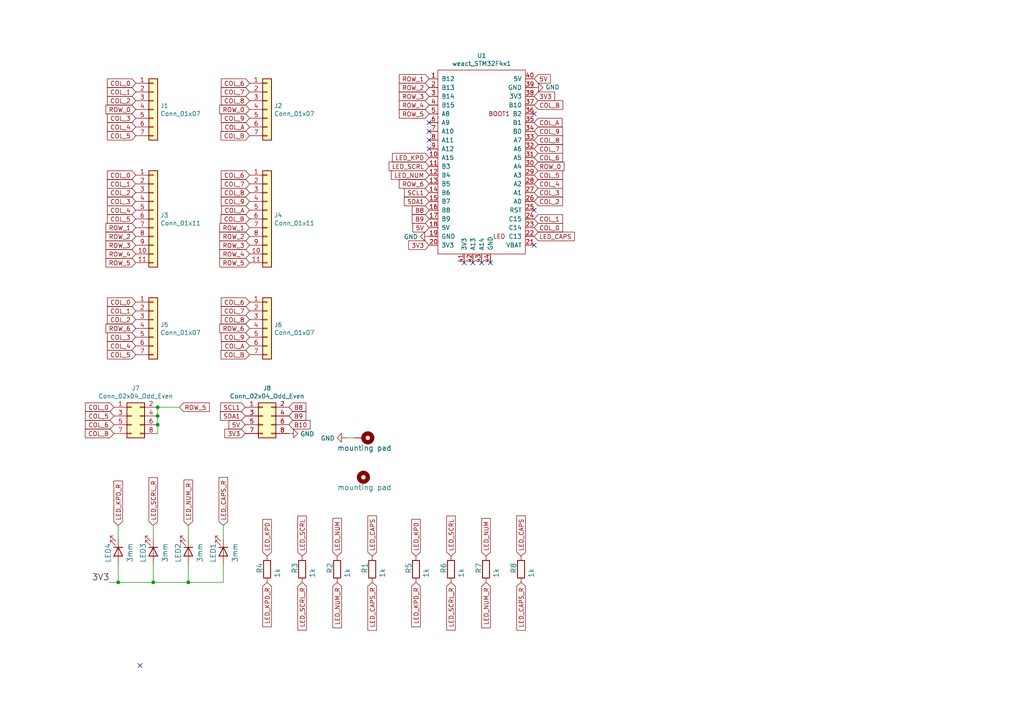
<source format=kicad_sch>
(kicad_sch (version 20211123) (generator eeschema)
  (paper "A4")
  (title_block (title "kinBP keyboard controller") (date "2020-11-06") (rev "1.1") (company "Dmitriy Nosachev") (comment 1 "https://github.com/DmNosachev/kinbp"))
  (lib_symbols
    (symbol "Connector_Generic:Conn_01x07" (pin_names (offset 1.016) hide)
      (property "Reference" "J" (at 0 10.16 0))
      (property "Value" "Conn_01x07" (at 0 -10.16 0))
      (symbol "Conn_01x07_1_1"
        (rectangle (start -1.27 -7.493) (end 0 -7.747) (stroke (width 0.1524)))
        (rectangle (start -1.27 -4.953) (end 0 -5.207) (stroke (width 0.1524)))
        (rectangle (start -1.27 -2.413) (end 0 -2.667) (stroke (width 0.1524)))
        (rectangle (start -1.27 0.127) (end 0 -0.127) (stroke (width 0.1524)))
        (rectangle (start -1.27 2.667) (end 0 2.413) (stroke (width 0.1524)))
        (rectangle (start -1.27 5.207) (end 0 4.953) (stroke (width 0.1524)))
        (rectangle (start -1.27 7.747) (end 0 7.493) (stroke (width 0.1524)))
        (rectangle (start -1.27 8.89) (end 1.27 -8.89) (stroke (width 0.254)) (fill (type background)))
        (pin passive line (at -5.08 7.62 0) (length 3.81) (name "Pin_1") (number "1"))
        (pin passive line (at -5.08 5.08 0) (length 3.81) (name "Pin_2") (number "2"))
        (pin passive line (at -5.08 2.54 0) (length 3.81) (name "Pin_3") (number "3"))
        (pin passive line (at -5.08 0 0) (length 3.81) (name "Pin_4") (number "4"))
        (pin passive line (at -5.08 -2.54 0) (length 3.81) (name "Pin_5") (number "5"))
        (pin passive line (at -5.08 -5.08 0) (length 3.81) (name "Pin_6") (number "6"))
        (pin passive line (at -5.08 -7.62 0) (length 3.81) (name "Pin_7") (number "7"))
      )
    )
    (symbol "Connector_Generic:Conn_01x11" (pin_names (offset 1.016) hide)
      (property "Reference" "J" (at 0 15.24 0))
      (property "Value" "Conn_01x11" (at 0 -15.24 0))
      (symbol "Conn_01x11_1_1"
        (rectangle (start -1.27 -12.573) (end 0 -12.827) (stroke (width 0.1524)))
        (rectangle (start -1.27 -10.033) (end 0 -10.287) (stroke (width 0.1524)))
        (rectangle (start -1.27 -7.493) (end 0 -7.747) (stroke (width 0.1524)))
        (rectangle (start -1.27 -4.953) (end 0 -5.207) (stroke (width 0.1524)))
        (rectangle (start -1.27 -2.413) (end 0 -2.667) (stroke (width 0.1524)))
        (rectangle (start -1.27 0.127) (end 0 -0.127) (stroke (width 0.1524)))
        (rectangle (start -1.27 2.667) (end 0 2.413) (stroke (width 0.1524)))
        (rectangle (start -1.27 5.207) (end 0 4.953) (stroke (width 0.1524)))
        (rectangle (start -1.27 7.747) (end 0 7.493) (stroke (width 0.1524)))
        (rectangle (start -1.27 10.287) (end 0 10.033) (stroke (width 0.1524)))
        (rectangle (start -1.27 12.827) (end 0 12.573) (stroke (width 0.1524)))
        (rectangle (start -1.27 13.97) (end 1.27 -13.97) (stroke (width 0.254)) (fill (type background)))
        (pin passive line (at -5.08 12.7 0) (length 3.81) (name "Pin_1") (number "1"))
        (pin passive line (at -5.08 -10.16 0) (length 3.81) (name "Pin_10") (number "10"))
        (pin passive line (at -5.08 -12.7 0) (length 3.81) (name "Pin_11") (number "11"))
        (pin passive line (at -5.08 10.16 0) (length 3.81) (name "Pin_2") (number "2"))
        (pin passive line (at -5.08 7.62 0) (length 3.81) (name "Pin_3") (number "3"))
        (pin passive line (at -5.08 5.08 0) (length 3.81) (name "Pin_4") (number "4"))
        (pin passive line (at -5.08 2.54 0) (length 3.81) (name "Pin_5") (number "5"))
        (pin passive line (at -5.08 0 0) (length 3.81) (name "Pin_6") (number "6"))
        (pin passive line (at -5.08 -2.54 0) (length 3.81) (name "Pin_7") (number "7"))
        (pin passive line (at -5.08 -5.08 0) (length 3.81) (name "Pin_8") (number "8"))
        (pin passive line (at -5.08 -7.62 0) (length 3.81) (name "Pin_9") (number "9"))
      )
    )
    (symbol "Connector_Generic:Conn_02x04_Odd_Even" (pin_names (offset 1.016) hide)
      (property "Reference" "J" (at 1.27 5.08 0))
      (property "Value" "Conn_02x04_Odd_Even" (at 1.27 -7.62 0))
      (symbol "Conn_02x04_Odd_Even_1_1"
        (rectangle (start -1.27 -4.953) (end 0 -5.207) (stroke (width 0.1524)))
        (rectangle (start -1.27 -2.413) (end 0 -2.667) (stroke (width 0.1524)))
        (rectangle (start -1.27 0.127) (end 0 -0.127) (stroke (width 0.1524)))
        (rectangle (start -1.27 2.667) (end 0 2.413) (stroke (width 0.1524)))
        (rectangle (start -1.27 3.81) (end 3.81 -6.35) (stroke (width 0.254)) (fill (type background)))
        (rectangle (start 3.81 -4.953) (end 2.54 -5.207) (stroke (width 0.1524)))
        (rectangle (start 3.81 -2.413) (end 2.54 -2.667) (stroke (width 0.1524)))
        (rectangle (start 3.81 0.127) (end 2.54 -0.127) (stroke (width 0.1524)))
        (rectangle (start 3.81 2.667) (end 2.54 2.413) (stroke (width 0.1524)))
        (pin passive line (at -5.08 2.54 0) (length 3.81) (name "Pin_1") (number "1"))
        (pin passive line (at 7.62 2.54 180) (length 3.81) (name "Pin_2") (number "2"))
        (pin passive line (at -5.08 0 0) (length 3.81) (name "Pin_3") (number "3"))
        (pin passive line (at 7.62 0 180) (length 3.81) (name "Pin_4") (number "4"))
        (pin passive line (at -5.08 -2.54 0) (length 3.81) (name "Pin_5") (number "5"))
        (pin passive line (at 7.62 -2.54 180) (length 3.81) (name "Pin_6") (number "6"))
        (pin passive line (at -5.08 -5.08 0) (length 3.81) (name "Pin_7") (number "7"))
        (pin passive line (at 7.62 -5.08 180) (length 3.81) (name "Pin_8") (number "8"))
      )
    )
    (symbol "Device:LED" (pin_numbers hide) (pin_names (offset 1.016) hide)
      (property "Reference" "D" (at 0 2.54 0))
      (property "Value" "LED" (at 0 -2.54 0))
      (symbol "LED_0_1"
        (polyline (pts (xy -1.27 -1.27) (xy -1.27 1.27)) (stroke (width 0.254)))
        (polyline (pts (xy -1.27 0) (xy 1.27 0)))
        (polyline (pts (xy 1.27 -1.27) (xy 1.27 1.27) (xy -1.27 0) (xy 1.27 -1.27)) (stroke (width 0.254)))
        (polyline (pts (xy -3.048 -0.762) (xy -4.572 -2.286) (xy -3.81 -2.286) (xy -4.572 -2.286) (xy -4.572 -1.524)))
        (polyline (pts (xy -1.778 -0.762) (xy -3.302 -2.286) (xy -2.54 -2.286) (xy -3.302 -2.286) (xy -3.302 -1.524)))
      )
      (symbol "LED_1_1"
        (pin passive line (at -3.81 0 0) (length 2.54) (name "K") (number "1"))
        (pin passive line (at 3.81 0 180) (length 2.54) (name "A") (number "2"))
      )
    )
    (symbol "Device:R" (pin_numbers hide) (pin_names (offset 0))
      (property "Reference" "R" (at 2.032 0 90))
      (property "Value" "R" (at 0 0 90))
      (symbol "R_0_1"
        (rectangle (start -1.016 -2.54) (end 1.016 2.54) (stroke (width 0.254)))
      )
      (symbol "R_1_1"
        (pin passive line (at 0 3.81 270) (length 1.27) (name "~") (number "1"))
        (pin passive line (at 0 -3.81 90) (length 1.27) (name "~") (number "2"))
      )
    )
    (symbol "Mechanical:MountingHole" (pin_names (offset 1.016))
      (property "Reference" "H" (at 0 5.08 0))
      (property "Value" "MountingHole" (at 0 3.175 0))
      (symbol "MountingHole_0_1"
        (circle (center 0 0) (radius 1.27) (stroke (width 1.27)))
      )
    )
    (symbol "Mechanical:MountingHole_Pad" (pin_numbers hide) (pin_names (offset 1.016) hide)
      (property "Reference" "H" (at 0 6.35 0))
      (property "Value" "MountingHole_Pad" (at 0 4.445 0))
      (symbol "MountingHole_Pad_0_1"
        (circle (center 0 1.27) (radius 1.27) (stroke (width 1.27)))
      )
      (symbol "MountingHole_Pad_1_1"
        (pin input line (at 0 -2.54 90) (length 2.54) (name "1") (number "1"))
      )
    )
    (symbol "power:GND" (power) (pin_names (offset 0))
      (property "Value" "GND" (at 0 -3.81 0))
      (symbol "GND_0_1"
        (polyline (pts (xy 0 0) (xy 0 -1.27) (xy 1.27 -1.27) (xy 0 -2.54) (xy -1.27 -1.27) (xy 0 -1.27)))
      )
      (symbol "GND_1_1"
        (pin power_in line (at 0 0 270) (length 0) hide (name "GND") (number "1"))
      )
    )
    (symbol "stm32_boards:weact_STM32F4x1" (pin_names (offset 1.016))
      (property "Reference" "U" (at 0 0 0))
      (property "Value" "weact_STM32F4x1" (at 0 0 0))
      (symbol "weact_STM32F4x1_0_0"
        (text "BOOT1" (at 5.08 -15.24 0) (effects (font (size 1.27 1.27))))
        (text "LED" (at 5.08 -50.8 0) (effects (font (size 1.27 1.27))))
      )
      (symbol "weact_STM32F4x1_0_1"
        (rectangle (start -12.7 -55.88) (end 12.7 -2.54))
      )
      (symbol "weact_STM32F4x1_1_1"
        (pin bidirectional line (at -15.24 -5.08 0) (length 2.54) (name "B12") (number "1"))
        (pin bidirectional line (at -15.24 -27.94 0) (length 2.54) (name "A15") (number "10"))
        (pin bidirectional line (at -15.24 -30.48 0) (length 2.54) (name "B3") (number "11"))
        (pin bidirectional line (at -15.24 -33.02 0) (length 2.54) (name "B4") (number "12"))
        (pin bidirectional line (at -15.24 -35.56 0) (length 2.54) (name "B5") (number "13"))
        (pin bidirectional line (at -15.24 -38.1 0) (length 2.54) (name "B6") (number "14"))
        (pin bidirectional line (at -15.24 -40.64 0) (length 2.54) (name "B7") (number "15"))
        (pin bidirectional line (at -15.24 -43.18 0) (length 2.54) (name "B8") (number "16"))
        (pin bidirectional line (at -15.24 -45.72 0) (length 2.54) (name "B9") (number "17"))
        (pin power_out line (at -15.24 -48.26 0) (length 2.54) (name "5V") (number "18"))
        (pin bidirectional line (at -15.24 -50.8 0) (length 2.54) (name "GND") (number "19"))
        (pin bidirectional line (at -15.24 -7.62 0) (length 2.54) (name "B13") (number "2"))
        (pin power_out line (at -15.24 -53.34 0) (length 2.54) (name "3V3") (number "20"))
        (pin power_in line (at 15.24 -53.34 180) (length 2.54) (name "VBAT") (number "21"))
        (pin bidirectional line (at 15.24 -50.8 180) (length 2.54) (name "C13") (number "22"))
        (pin bidirectional line (at 15.24 -48.26 180) (length 2.54) (name "C14") (number "23"))
        (pin bidirectional line (at 15.24 -45.72 180) (length 2.54) (name "C15") (number "24"))
        (pin bidirectional line (at 15.24 -43.18 180) (length 2.54) (name "RST") (number "25"))
        (pin bidirectional line (at 15.24 -40.64 180) (length 2.54) (name "A0") (number "26"))
        (pin bidirectional line (at 15.24 -38.1 180) (length 2.54) (name "A1") (number "27"))
        (pin bidirectional line (at 15.24 -35.56 180) (length 2.54) (name "A2") (number "28"))
        (pin bidirectional line (at 15.24 -33.02 180) (length 2.54) (name "A3") (number "29"))
        (pin bidirectional line (at -15.24 -10.16 0) (length 2.54) (name "B14") (number "3"))
        (pin bidirectional line (at 15.24 -30.48 180) (length 2.54) (name "A4") (number "30"))
        (pin bidirectional line (at 15.24 -27.94 180) (length 2.54) (name "A5") (number "31"))
        (pin bidirectional line (at 15.24 -25.4 180) (length 2.54) (name "A6") (number "32"))
        (pin bidirectional line (at 15.24 -22.86 180) (length 2.54) (name "A7") (number "33"))
        (pin bidirectional line (at 15.24 -20.32 180) (length 2.54) (name "B0") (number "34"))
        (pin bidirectional line (at 15.24 -17.78 180) (length 2.54) (name "B1") (number "35"))
        (pin bidirectional line (at 15.24 -15.24 180) (length 2.54) (name "B2") (number "36"))
        (pin bidirectional line (at 15.24 -12.7 180) (length 2.54) (name "B10") (number "37"))
        (pin power_out line (at 15.24 -10.16 180) (length 2.54) (name "3V3") (number "38"))
        (pin bidirectional line (at 15.24 -7.62 180) (length 2.54) (name "GND") (number "39"))
        (pin bidirectional line (at -15.24 -12.7 0) (length 2.54) (name "B15") (number "4"))
        (pin power_out line (at 15.24 -5.08 180) (length 2.54) (name "5V") (number "40"))
        (pin power_in line (at -5.08 -58.42 90) (length 2.54) (name "3V3") (number "41"))
        (pin bidirectional line (at -2.54 -58.42 90) (length 2.54) (name "A13") (number "42"))
        (pin bidirectional line (at 0 -58.42 90) (length 2.54) (name "A14") (number "43"))
        (pin bidirectional line (at 2.54 -58.42 90) (length 2.54) (name "GND") (number "44"))
        (pin bidirectional line (at -15.24 -15.24 0) (length 2.54) (name "A8") (number "5"))
        (pin bidirectional line (at -15.24 -17.78 0) (length 2.54) (name "A9") (number "6"))
        (pin bidirectional line (at -15.24 -20.32 0) (length 2.54) (name "A10") (number "7"))
        (pin bidirectional line (at -15.24 -22.86 0) (length 2.54) (name "A11") (number "8"))
        (pin bidirectional line (at -15.24 -25.4 0) (length 2.54) (name "A12") (number "9"))
      )
    )
  )
  (junction (at 34.29 168.91))
  (junction (at 44.45 168.91))
  (junction (at 45.72 118.11))
  (junction (at 45.72 120.65))
  (junction (at 54.61 168.91))
  (junction (at 45.72 123.19))
  (no_connect (at 124.46 40.64))
  (no_connect (at 139.7 76.2))
  (no_connect (at 40.64 193.04))
  (no_connect (at 154.94 33.02))
  (no_connect (at 154.94 60.96))
  (no_connect (at 124.46 38.1))
  (no_connect (at 124.46 35.56))
  (no_connect (at 154.94 71.12))
  (no_connect (at 124.46 43.18))
  (no_connect (at 134.62 76.2))
  (no_connect (at 137.16 76.2))
  (no_connect (at 142.24 76.2))
  (wire (pts (xy 44.45 156.21) (xy 44.45 152.4)))
  (wire (pts (xy 54.61 163.83) (xy 54.61 168.91)))
  (wire (pts (xy 45.72 120.65) (xy 45.72 118.11)))
  (wire (pts (xy 34.29 168.91) (xy 31.75 168.91)))
  (wire (pts (xy 44.45 163.83) (xy 44.45 168.91)))
  (wire (pts (xy 45.72 123.19) (xy 45.72 120.65)))
  (wire (pts (xy 64.77 168.91) (xy 64.77 163.83)))
  (wire (pts (xy 54.61 168.91) (xy 64.77 168.91)))
  (wire (pts (xy 54.61 156.21) (xy 54.61 152.4)))
  (wire (pts (xy 34.29 156.21) (xy 34.29 152.4)))
  (wire (pts (xy 45.72 125.73) (xy 45.72 123.19)))
  (wire (pts (xy 100.33 127) (xy 102.87 127)))
  (wire (pts (xy 52.07 118.11) (xy 45.72 118.11)))
  (wire (pts (xy 64.77 156.21) (xy 64.77 152.4)))
  (wire (pts (xy 44.45 168.91) (xy 54.61 168.91)))
  (wire (pts (xy 34.29 168.91) (xy 44.45 168.91)))
  (wire (pts (xy 34.29 163.83) (xy 34.29 168.91)))
  (label "3V3" (at 31.75 168.91 180) (effects (font (size 1.778 1.778))))
  (global_label "ROW_4" (shape input) (at 39.37 73.66 180) (property "Intersheet References" "${INTERSHEET_REFS}" (effects hide)))
  (global_label "LED_SCRL" (shape input) (at 87.63 161.29 90) (property "Intersheet References" "${INTERSHEET_REFS}" (effects hide)))
  (global_label "COL_A" (shape input) (at 72.39 36.83 180) (property "Intersheet References" "${INTERSHEET_REFS}" (effects hide)))
  (global_label "ROW_5" (shape input) (at 124.46 33.02 180) (property "Intersheet References" "${INTERSHEET_REFS}" (effects hide)))
  (global_label "LED_NUM_R" (shape input) (at 54.61 152.4 90) (property "Intersheet References" "${INTERSHEET_REFS}" (effects hide)))
  (global_label "LED_CAPS" (shape input) (at 151.13 161.29 90) (property "Intersheet References" "${INTERSHEET_REFS}" (effects hide)))
  (global_label "LED_CAPS_R" (shape input) (at 107.95 168.91 270) (property "Intersheet References" "${INTERSHEET_REFS}" (effects hide)))
  (global_label "COL_B" (shape input) (at 72.39 39.37 180) (property "Intersheet References" "${INTERSHEET_REFS}" (effects hide)))
  (global_label "COL_6" (shape input) (at 33.02 123.19 180) (property "Intersheet References" "${INTERSHEET_REFS}" (effects hide)))
  (global_label "COL_8" (shape input) (at 72.39 55.88 180) (property "Intersheet References" "${INTERSHEET_REFS}" (effects hide)))
  (global_label "ROW_1" (shape input) (at 72.39 66.04 180) (property "Intersheet References" "${INTERSHEET_REFS}" (effects hide)))
  (global_label "LED_NUM_R" (shape input) (at 140.97 168.91 270) (property "Intersheet References" "${INTERSHEET_REFS}" (effects hide)))
  (global_label "ROW_6" (shape input) (at 72.39 95.25 180) (property "Intersheet References" "${INTERSHEET_REFS}" (effects hide)))
  (global_label "B9" (shape input) (at 124.46 63.5 180) (property "Intersheet References" "${INTERSHEET_REFS}" (effects hide)))
  (global_label "ROW_6" (shape input) (at 39.37 95.25 180) (property "Intersheet References" "${INTERSHEET_REFS}" (effects hide)))
  (global_label "3V3" (shape input) (at 124.46 71.12 180) (property "Intersheet References" "${INTERSHEET_REFS}" (effects hide)))
  (global_label "COL_9" (shape input) (at 154.94 38.1 0) (property "Intersheet References" "${INTERSHEET_REFS}" (effects hide)))
  (global_label "B9" (shape input) (at 83.82 120.65 0) (property "Intersheet References" "${INTERSHEET_REFS}" (effects hide)))
  (global_label "ROW_2" (shape input) (at 72.39 68.58 180) (property "Intersheet References" "${INTERSHEET_REFS}" (effects hide)))
  (global_label "ROW_3" (shape input) (at 124.46 27.94 180) (property "Intersheet References" "${INTERSHEET_REFS}" (effects hide)))
  (global_label "ROW_2" (shape input) (at 124.46 25.4 180) (property "Intersheet References" "${INTERSHEET_REFS}" (effects hide)))
  (global_label "COL_0" (shape input) (at 33.02 118.11 180) (property "Intersheet References" "${INTERSHEET_REFS}" (effects hide)))
  (global_label "COL_7" (shape input) (at 154.94 43.18 0) (property "Intersheet References" "${INTERSHEET_REFS}" (effects hide)))
  (global_label "LED_CAPS" (shape input) (at 107.95 161.29 90) (property "Intersheet References" "${INTERSHEET_REFS}" (effects hide)))
  (global_label "ROW_0" (shape input) (at 154.94 48.26 0) (property "Intersheet References" "${INTERSHEET_REFS}" (effects hide)))
  (global_label "B8" (shape input) (at 83.82 118.11 0) (property "Intersheet References" "${INTERSHEET_REFS}" (effects hide)))
  (global_label "LED_NUM" (shape input) (at 140.97 161.29 90) (property "Intersheet References" "${INTERSHEET_REFS}" (effects hide)))
  (global_label "ROW_4" (shape input) (at 124.46 30.48 180) (property "Intersheet References" "${INTERSHEET_REFS}" (effects hide)))
  (global_label "COL_6" (shape input) (at 72.39 87.63 180) (property "Intersheet References" "${INTERSHEET_REFS}" (effects hide)))
  (global_label "COL_5" (shape input) (at 39.37 63.5 180) (property "Intersheet References" "${INTERSHEET_REFS}" (effects hide)))
  (global_label "5V" (shape input) (at 154.94 22.86 0) (property "Intersheet References" "${INTERSHEET_REFS}" (effects hide)))
  (global_label "COL_4" (shape input) (at 39.37 60.96 180) (property "Intersheet References" "${INTERSHEET_REFS}" (effects hide)))
  (global_label "SDA1" (shape input) (at 124.46 58.42 180) (property "Intersheet References" "${INTERSHEET_REFS}" (effects hide)))
  (global_label "COL_1" (shape input) (at 39.37 90.17 180) (property "Intersheet References" "${INTERSHEET_REFS}" (effects hide)))
  (global_label "COL_6" (shape input) (at 154.94 45.72 0) (property "Intersheet References" "${INTERSHEET_REFS}" (effects hide)))
  (global_label "LED_NUM_R" (shape input) (at 97.79 168.91 270) (property "Intersheet References" "${INTERSHEET_REFS}" (effects hide)))
  (global_label "ROW_1" (shape input) (at 39.37 66.04 180) (property "Intersheet References" "${INTERSHEET_REFS}" (effects hide)))
  (global_label "LED_CAPS" (shape input) (at 154.94 68.58 0) (property "Intersheet References" "${INTERSHEET_REFS}" (effects hide)))
  (global_label "COL_8" (shape input) (at 72.39 92.71 180) (property "Intersheet References" "${INTERSHEET_REFS}" (effects hide)))
  (global_label "COL_9" (shape input) (at 72.39 34.29 180) (property "Intersheet References" "${INTERSHEET_REFS}" (effects hide)))
  (global_label "LED_NUM" (shape input) (at 124.46 50.8 180) (property "Intersheet References" "${INTERSHEET_REFS}" (effects hide)))
  (global_label "ROW_5" (shape input) (at 52.07 118.11 0) (property "Intersheet References" "${INTERSHEET_REFS}" (effects hide)))
  (global_label "COL_4" (shape input) (at 39.37 100.33 180) (property "Intersheet References" "${INTERSHEET_REFS}" (effects hide)))
  (global_label "LED_KPD_R" (shape input) (at 34.29 152.4 90) (property "Intersheet References" "${INTERSHEET_REFS}" (effects hide)))
  (global_label "LED_NUM" (shape input) (at 97.79 161.29 90) (property "Intersheet References" "${INTERSHEET_REFS}" (effects hide)))
  (global_label "COL_2" (shape input) (at 39.37 92.71 180) (property "Intersheet References" "${INTERSHEET_REFS}" (effects hide)))
  (global_label "LED_KPD_R" (shape input) (at 77.47 168.91 270) (property "Intersheet References" "${INTERSHEET_REFS}" (effects hide)))
  (global_label "COL_2" (shape input) (at 154.94 58.42 0) (property "Intersheet References" "${INTERSHEET_REFS}" (effects hide)))
  (global_label "SCL1" (shape input) (at 71.12 118.11 180) (property "Intersheet References" "${INTERSHEET_REFS}" (effects hide)))
  (global_label "COL_1" (shape input) (at 39.37 26.67 180) (property "Intersheet References" "${INTERSHEET_REFS}" (effects hide)))
  (global_label "ROW_5" (shape input) (at 39.37 76.2 180) (property "Intersheet References" "${INTERSHEET_REFS}" (effects hide)))
  (global_label "COL_3" (shape input) (at 39.37 34.29 180) (property "Intersheet References" "${INTERSHEET_REFS}" (effects hide)))
  (global_label "COL_3" (shape input) (at 154.94 55.88 0) (property "Intersheet References" "${INTERSHEET_REFS}" (effects hide)))
  (global_label "LED_KPD_R" (shape input) (at 120.65 168.91 270) (property "Intersheet References" "${INTERSHEET_REFS}" (effects hide)))
  (global_label "COL_0" (shape input) (at 39.37 87.63 180) (property "Intersheet References" "${INTERSHEET_REFS}" (effects hide)))
  (global_label "ROW_2" (shape input) (at 39.37 68.58 180) (property "Intersheet References" "${INTERSHEET_REFS}" (effects hide)))
  (global_label "COL_A" (shape input) (at 72.39 100.33 180) (property "Intersheet References" "${INTERSHEET_REFS}" (effects hide)))
  (global_label "COL_6" (shape input) (at 72.39 24.13 180) (property "Intersheet References" "${INTERSHEET_REFS}" (effects hide)))
  (global_label "COL_5" (shape input) (at 154.94 50.8 0) (property "Intersheet References" "${INTERSHEET_REFS}" (effects hide)))
  (global_label "LED_KPD" (shape input) (at 77.47 161.29 90) (property "Intersheet References" "${INTERSHEET_REFS}" (effects hide)))
  (global_label "COL_2" (shape input) (at 39.37 29.21 180) (property "Intersheet References" "${INTERSHEET_REFS}" (effects hide)))
  (global_label "COL_1" (shape input) (at 39.37 53.34 180) (property "Intersheet References" "${INTERSHEET_REFS}" (effects hide)))
  (global_label "COL_4" (shape input) (at 154.94 53.34 0) (property "Intersheet References" "${INTERSHEET_REFS}" (effects hide)))
  (global_label "LED_CAPS_R" (shape input) (at 64.77 152.4 90) (property "Intersheet References" "${INTERSHEET_REFS}" (effects hide)))
  (global_label "COL_7" (shape input) (at 72.39 90.17 180) (property "Intersheet References" "${INTERSHEET_REFS}" (effects hide)))
  (global_label "COL_5" (shape input) (at 33.02 120.65 180) (property "Intersheet References" "${INTERSHEET_REFS}" (effects hide)))
  (global_label "3V3" (shape input) (at 154.94 27.94 0) (property "Intersheet References" "${INTERSHEET_REFS}" (effects hide)))
  (global_label "COL_9" (shape input) (at 72.39 97.79 180) (property "Intersheet References" "${INTERSHEET_REFS}" (effects hide)))
  (global_label "COL_8" (shape input) (at 72.39 29.21 180) (property "Intersheet References" "${INTERSHEET_REFS}" (effects hide)))
  (global_label "COL_B" (shape input) (at 72.39 63.5 180) (property "Intersheet References" "${INTERSHEET_REFS}" (effects hide)))
  (global_label "LED_SCRL_R" (shape input) (at 44.45 152.4 90) (property "Intersheet References" "${INTERSHEET_REFS}" (effects hide)))
  (global_label "ROW_0" (shape input) (at 72.39 31.75 180) (property "Intersheet References" "${INTERSHEET_REFS}" (effects hide)))
  (global_label "COL_0" (shape input) (at 39.37 24.13 180) (property "Intersheet References" "${INTERSHEET_REFS}" (effects hide)))
  (global_label "ROW_3" (shape input) (at 39.37 71.12 180) (property "Intersheet References" "${INTERSHEET_REFS}" (effects hide)))
  (global_label "COL_1" (shape input) (at 154.94 63.5 0) (property "Intersheet References" "${INTERSHEET_REFS}" (effects hide)))
  (global_label "ROW_0" (shape input) (at 39.37 31.75 180) (property "Intersheet References" "${INTERSHEET_REFS}" (effects hide)))
  (global_label "COL_8" (shape input) (at 154.94 40.64 0) (property "Intersheet References" "${INTERSHEET_REFS}" (effects hide)))
  (global_label "5V" (shape input) (at 71.12 123.19 180) (property "Intersheet References" "${INTERSHEET_REFS}" (effects hide)))
  (global_label "LED_CAPS_R" (shape input) (at 151.13 168.91 270) (property "Intersheet References" "${INTERSHEET_REFS}" (effects hide)))
  (global_label "COL_7" (shape input) (at 72.39 53.34 180) (property "Intersheet References" "${INTERSHEET_REFS}" (effects hide)))
  (global_label "LED_KPD" (shape input) (at 120.65 161.29 90) (property "Intersheet References" "${INTERSHEET_REFS}" (effects hide)))
  (global_label "COL_0" (shape input) (at 39.37 50.8 180) (property "Intersheet References" "${INTERSHEET_REFS}" (effects hide)))
  (global_label "ROW_4" (shape input) (at 72.39 73.66 180) (property "Intersheet References" "${INTERSHEET_REFS}" (effects hide)))
  (global_label "ROW_1" (shape input) (at 124.46 22.86 180) (property "Intersheet References" "${INTERSHEET_REFS}" (effects hide)))
  (global_label "LED_SCRL" (shape input) (at 124.46 48.26 180) (property "Intersheet References" "${INTERSHEET_REFS}" (effects hide)))
  (global_label "LED_SCRL" (shape input) (at 130.81 161.29 90) (property "Intersheet References" "${INTERSHEET_REFS}" (effects hide)))
  (global_label "COL_B" (shape input) (at 154.94 30.48 0) (property "Intersheet References" "${INTERSHEET_REFS}" (effects hide)))
  (global_label "ROW_3" (shape input) (at 72.39 71.12 180) (property "Intersheet References" "${INTERSHEET_REFS}" (effects hide)))
  (global_label "B10" (shape input) (at 83.82 123.19 0) (property "Intersheet References" "${INTERSHEET_REFS}" (effects hide)))
  (global_label "B8" (shape input) (at 124.46 60.96 180) (property "Intersheet References" "${INTERSHEET_REFS}" (effects hide)))
  (global_label "SCL1" (shape input) (at 124.46 55.88 180) (property "Intersheet References" "${INTERSHEET_REFS}" (effects hide)))
  (global_label "COL_3" (shape input) (at 39.37 97.79 180) (property "Intersheet References" "${INTERSHEET_REFS}" (effects hide)))
  (global_label "COL_A" (shape input) (at 154.94 35.56 0) (property "Intersheet References" "${INTERSHEET_REFS}" (effects hide)))
  (global_label "COL_B" (shape input) (at 72.39 102.87 180) (property "Intersheet References" "${INTERSHEET_REFS}" (effects hide)))
  (global_label "LED_SCRL_R" (shape input) (at 130.81 168.91 270) (property "Intersheet References" "${INTERSHEET_REFS}" (effects hide)))
  (global_label "5V" (shape input) (at 124.46 66.04 180) (property "Intersheet References" "${INTERSHEET_REFS}" (effects hide)))
  (global_label "COL_2" (shape input) (at 39.37 55.88 180) (property "Intersheet References" "${INTERSHEET_REFS}" (effects hide)))
  (global_label "COL_3" (shape input) (at 39.37 58.42 180) (property "Intersheet References" "${INTERSHEET_REFS}" (effects hide)))
  (global_label "COL_4" (shape input) (at 39.37 36.83 180) (property "Intersheet References" "${INTERSHEET_REFS}" (effects hide)))
  (global_label "COL_0" (shape input) (at 154.94 66.04 0) (property "Intersheet References" "${INTERSHEET_REFS}" (effects hide)))
  (global_label "COL_7" (shape input) (at 72.39 26.67 180) (property "Intersheet References" "${INTERSHEET_REFS}" (effects hide)))
  (global_label "ROW_5" (shape input) (at 72.39 76.2 180) (property "Intersheet References" "${INTERSHEET_REFS}" (effects hide)))
  (global_label "COL_5" (shape input) (at 39.37 102.87 180) (property "Intersheet References" "${INTERSHEET_REFS}" (effects hide)))
  (global_label "COL_9" (shape input) (at 72.39 58.42 180) (property "Intersheet References" "${INTERSHEET_REFS}" (effects hide)))
  (global_label "SDA1" (shape input) (at 71.12 120.65 180) (property "Intersheet References" "${INTERSHEET_REFS}" (effects hide)))
  (global_label "COL_B" (shape input) (at 33.02 125.73 180) (property "Intersheet References" "${INTERSHEET_REFS}" (effects hide)))
  (global_label "COL_A" (shape input) (at 72.39 60.96 180) (property "Intersheet References" "${INTERSHEET_REFS}" (effects hide)))
  (global_label "COL_5" (shape input) (at 39.37 39.37 180) (property "Intersheet References" "${INTERSHEET_REFS}" (effects hide)))
  (global_label "ROW_6" (shape input) (at 124.46 53.34 180) (property "Intersheet References" "${INTERSHEET_REFS}" (effects hide)))
  (global_label "LED_KPD" (shape input) (at 124.46 45.72 180) (property "Intersheet References" "${INTERSHEET_REFS}" (effects hide)))
  (global_label "COL_6" (shape input) (at 72.39 50.8 180) (property "Intersheet References" "${INTERSHEET_REFS}" (effects hide)))
  (global_label "3V3" (shape input) (at 71.12 125.73 180) (property "Intersheet References" "${INTERSHEET_REFS}" (effects hide)))
  (global_label "LED_SCRL_R" (shape input) (at 87.63 168.91 270) (property "Intersheet References" "${INTERSHEET_REFS}" (effects hide)))
  (symbol (lib_id "Device:R") (at 107.95 165.1 0) (unit 1)
    (property "Reference" "R1" (at 106.68 166.37 90) (effects (font (size 1.4986 1.4986)) (justify left bottom)))
    (property "Value" "1k" (at 111.76 167.64 90) (effects (font (size 1.4986 1.4986)) (justify left bottom)))
    (property "Footprint" "Resistor_SMD:R_0805_2012Metric_Pad1.20x1.40mm_HandSolder" (effects hide))
  )
  (symbol (lib_id "Device:LED") (at 34.29 160.02 270) (unit 1)
    (property "Reference" "LED4" (at 30.48 157.48 0) (effects (font (size 1.4986 1.4986)) (justify left bottom)))
    (property "Value" "3mm" (at 36.83 157.48 0) (effects (font (size 1.4986 1.4986)) (justify left bottom)))
    (property "Footprint" "LED_THT:LED_D3.0mm" (effects hide))
  )
  (symbol (lib_id "Device:R") (at 77.47 165.1 0) (unit 1)
    (property "Reference" "R4" (at 76.2 166.37 90) (effects (font (size 1.4986 1.4986)) (justify left bottom)))
    (property "Value" "1k" (at 81.28 167.64 90) (effects (font (size 1.4986 1.4986)) (justify left bottom)))
    (property "Footprint" "Resistor_SMD:R_0805_2012Metric_Pad1.20x1.40mm_HandSolder" (effects hide))
  )
  (symbol (lib_id "Device:R") (at 97.79 165.1 0) (unit 1)
    (property "Reference" "R2" (at 96.52 166.37 90) (effects (font (size 1.4986 1.4986)) (justify left bottom)))
    (property "Value" "1k" (at 101.6 167.64 90) (effects (font (size 1.4986 1.4986)) (justify left bottom)))
    (property "Footprint" "Resistor_SMD:R_0805_2012Metric_Pad1.20x1.40mm_HandSolder" (effects hide))
  )
  (symbol (lib_id "Mechanical:MountingHole_Pad") (at 105.41 127 270) (unit 1)
    (property "Reference" "H1" (effects hide))
    (property "Value" "mounting pad" (at 97.79 130.81 90) (effects (font (size 1.4986 1.4986)) (justify left bottom)))
    (property "Footprint" "MountingHole:MountingHole_4.3mm_M4_Pad" (effects hide))
  )
  (symbol (lib_id "Device:LED") (at 44.45 160.02 270) (unit 1)
    (property "Reference" "LED3" (at 40.64 157.48 0) (effects (font (size 1.4986 1.4986)) (justify left bottom)))
    (property "Value" "3mm" (at 46.99 157.48 0) (effects (font (size 1.4986 1.4986)) (justify left bottom)))
    (property "Footprint" "LED_THT:LED_D3.0mm" (effects hide))
  )
  (symbol (lib_id "power:GND") (at 124.46 68.58 270) (unit 1)
    (property "Reference" "#PWR0101" (effects hide))
    (property "Value" "GND" (at 121.2088 68.707 90) (effects (justify right)))
  )
  (symbol (lib_id "power:GND") (at 100.33 127 270) (unit 1)
    (property "Reference" "#PWR0102" (effects hide))
    (property "Value" "GND" (at 97.0788 127.127 90) (effects (justify right)))
  )
  (symbol (lib_id "Mechanical:MountingHole") (at 105.41 138.43 270) (unit 1)
    (property "Reference" "H2" (effects hide))
    (property "Value" "mounting pad" (at 97.79 142.24 90) (effects (font (size 1.4986 1.4986)) (justify left bottom)))
    (property "Footprint" "MountingHole:MountingHole_6mm" (effects hide))
  )
  (symbol (lib_id "Connector_Generic:Conn_01x07") (at 44.45 31.75 0) (unit 1)
    (property "Reference" "J1" (at 46.482 30.6832 0) (effects (justify left)))
    (property "Value" "Conn_01x07" (at 46.482 32.9946 0) (effects (justify left)))
    (property "Footprint" "Connector_Molex:Molex_PicoBlade_53047-0710_1x07_P1.25mm_Vertical" (effects hide))
  )
  (symbol (lib_id "Connector_Generic:Conn_01x07") (at 77.47 31.75 0) (unit 1)
    (property "Reference" "J2" (at 79.502 30.6832 0) (effects (justify left)))
    (property "Value" "Conn_01x07" (at 79.502 32.9946 0) (effects (justify left)))
    (property "Footprint" "Connector_Molex:Molex_PicoBlade_53047-0710_1x07_P1.25mm_Vertical" (effects hide))
  )
  (symbol (lib_id "Connector_Generic:Conn_01x11") (at 44.45 63.5 0) (unit 1)
    (property "Reference" "J3" (at 46.482 62.4332 0) (effects (justify left)))
    (property "Value" "Conn_01x11" (at 46.482 64.7446 0) (effects (justify left)))
    (property "Footprint" "Connector_Molex:Molex_PicoBlade_53047-1110_1x11_P1.25mm_Vertical" (effects hide))
  )
  (symbol (lib_id "Connector_Generic:Conn_01x11") (at 77.47 63.5 0) (unit 1)
    (property "Reference" "J4" (at 79.502 62.4332 0) (effects (justify left)))
    (property "Value" "Conn_01x11" (at 79.502 64.7446 0) (effects (justify left)))
    (property "Footprint" "Connector_Molex:Molex_PicoBlade_53047-1110_1x11_P1.25mm_Vertical" (effects hide))
  )
  (symbol (lib_id "Connector_Generic:Conn_01x07") (at 44.45 95.25 0) (unit 1)
    (property "Reference" "J5" (at 46.482 94.1832 0) (effects (justify left)))
    (property "Value" "Conn_01x07" (at 46.482 96.4946 0) (effects (justify left)))
    (property "Footprint" "Connector_Molex:Molex_PicoBlade_53047-0710_1x07_P1.25mm_Vertical" (effects hide))
  )
  (symbol (lib_id "Connector_Generic:Conn_01x07") (at 77.47 95.25 0) (unit 1)
    (property "Reference" "J6" (at 79.502 94.1832 0) (effects (justify left)))
    (property "Value" "Conn_01x07" (at 79.502 96.4946 0) (effects (justify left)))
    (property "Footprint" "Connector_Molex:Molex_PicoBlade_53047-0710_1x07_P1.25mm_Vertical" (effects hide))
  )
  (symbol (lib_id "Connector_Generic:Conn_02x04_Odd_Even") (at 38.1 120.65 0) (unit 1)
    (property "Reference" "J7" (at 39.37 112.5982 0))
    (property "Value" "Conn_02x04_Odd_Even" (at 39.37 114.9096 0))
    (property "Footprint" "Connector_PinHeader_2.54mm:PinHeader_2x04_P2.54mm_Vertical" (effects hide))
  )
  (symbol (lib_id "stm32_boards:weact_STM32F4x1") (at 139.7 17.78 0) (unit 1)
    (property "Reference" "U1" (at 139.7 16.129 0))
    (property "Value" "weact_STM32F4x1" (at 139.7 18.4404 0))
    (property "Footprint" "footprints:STM32F4x1_MiniF4" (effects hide))
  )
  (symbol (lib_id "power:GND") (at 154.94 25.4 90) (unit 1)
    (property "Reference" "#PWR02" (effects hide))
    (property "Value" "GND" (at 158.1912 25.273 90) (effects (justify right)))
  )
  (symbol (lib_id "power:GND") (at 83.82 125.73 90) (mirror x) (unit 1)
    (property "Reference" "#PWR0104" (effects hide))
    (property "Value" "GND" (at 87.0712 125.857 90) (effects (justify right)))
  )
  (symbol (lib_id "Connector_Generic:Conn_02x04_Odd_Even") (at 76.2 120.65 0) (unit 1)
    (property "Reference" "J8" (at 77.47 112.5982 0))
    (property "Value" "Conn_02x04_Odd_Even" (at 77.47 114.9096 0))
    (property "Footprint" "Connector_PinHeader_2.54mm:PinHeader_2x04_P2.54mm_Vertical" (effects hide))
  )
  (symbol (lib_id "Device:R") (at 151.13 165.1 0) (unit 1)
    (property "Reference" "R8" (at 149.86 166.37 90) (effects (font (size 1.4986 1.4986)) (justify left bottom)))
    (property "Value" "1k" (at 154.94 167.64 90) (effects (font (size 1.4986 1.4986)) (justify left bottom)))
    (property "Footprint" "Resistor_THT:R_Axial_DIN0207_L6.3mm_D2.5mm_P7.62mm_Horizontal" (effects hide))
  )
  (symbol (lib_id "Device:R") (at 140.97 165.1 0) (unit 1)
    (property "Reference" "R7" (at 139.7 166.37 90) (effects (font (size 1.4986 1.4986)) (justify left bottom)))
    (property "Value" "1k" (at 144.78 167.64 90) (effects (font (size 1.4986 1.4986)) (justify left bottom)))
    (property "Footprint" "Resistor_THT:R_Axial_DIN0207_L6.3mm_D2.5mm_P7.62mm_Horizontal" (effects hide))
  )
  (symbol (lib_id "Device:R") (at 130.81 165.1 0) (unit 1)
    (property "Reference" "R6" (at 129.54 166.37 90) (effects (font (size 1.4986 1.4986)) (justify left bottom)))
    (property "Value" "1k" (at 134.62 167.64 90) (effects (font (size 1.4986 1.4986)) (justify left bottom)))
    (property "Footprint" "Resistor_THT:R_Axial_DIN0207_L6.3mm_D2.5mm_P7.62mm_Horizontal" (effects hide))
  )
  (symbol (lib_id "Device:R") (at 120.65 165.1 0) (unit 1)
    (property "Reference" "R5" (at 119.38 166.37 90) (effects (font (size 1.4986 1.4986)) (justify left bottom)))
    (property "Value" "1k" (at 124.46 167.64 90) (effects (font (size 1.4986 1.4986)) (justify left bottom)))
    (property "Footprint" "Resistor_THT:R_Axial_DIN0207_L6.3mm_D2.5mm_P7.62mm_Horizontal" (effects hide))
  )
  (symbol (lib_id "Device:LED") (at 54.61 160.02 270) (unit 1)
    (property "Reference" "LED2" (at 50.8 157.48 0) (effects (font (size 1.4986 1.4986)) (justify left bottom)))
    (property "Value" "3mm" (at 57.15 157.48 0) (effects (font (size 1.4986 1.4986)) (justify left bottom)))
    (property "Footprint" "LED_THT:LED_D3.0mm" (effects hide))
  )
  (symbol (lib_id "Device:R") (at 87.63 165.1 0) (unit 1)
    (property "Reference" "R3" (at 86.36 166.37 90) (effects (font (size 1.4986 1.4986)) (justify left bottom)))
    (property "Value" "1k" (at 91.44 167.64 90) (effects (font (size 1.4986 1.4986)) (justify left bottom)))
    (property "Footprint" "Resistor_SMD:R_0805_2012Metric_Pad1.20x1.40mm_HandSolder" (effects hide))
  )
  (symbol (lib_id "Device:LED") (at 64.77 160.02 270) (unit 1)
    (property "Reference" "LED1" (at 60.96 157.48 0) (effects (font (size 1.4986 1.4986)) (justify left bottom)))
    (property "Value" "3mm" (at 67.31 157.48 0) (effects (font (size 1.4986 1.4986)) (justify left bottom)))
    (property "Footprint" "LED_THT:LED_D3.0mm" (effects hide))
  )
)
</source>
